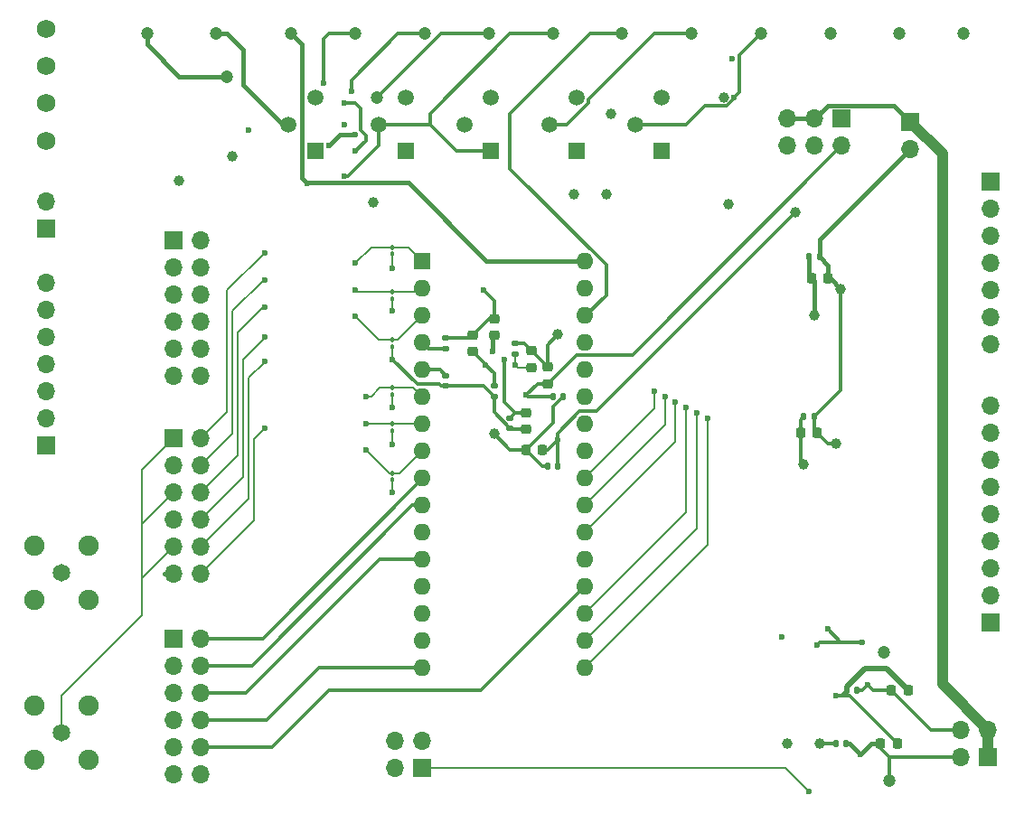
<source format=gbr>
%TF.GenerationSoftware,KiCad,Pcbnew,8.0.6-8.0.6-0~ubuntu24.04.1*%
%TF.CreationDate,2025-02-19T13:10:04-10:00*%
%TF.ProjectId,board_main,626f6172-645f-46d6-9169-6e2e6b696361,rev?*%
%TF.SameCoordinates,Original*%
%TF.FileFunction,Copper,L4,Bot*%
%TF.FilePolarity,Positive*%
%FSLAX46Y46*%
G04 Gerber Fmt 4.6, Leading zero omitted, Abs format (unit mm)*
G04 Created by KiCad (PCBNEW 8.0.6-8.0.6-0~ubuntu24.04.1) date 2025-02-19 13:10:04*
%MOMM*%
%LPD*%
G01*
G04 APERTURE LIST*
G04 Aperture macros list*
%AMRoundRect*
0 Rectangle with rounded corners*
0 $1 Rounding radius*
0 $2 $3 $4 $5 $6 $7 $8 $9 X,Y pos of 4 corners*
0 Add a 4 corners polygon primitive as box body*
4,1,4,$2,$3,$4,$5,$6,$7,$8,$9,$2,$3,0*
0 Add four circle primitives for the rounded corners*
1,1,$1+$1,$2,$3*
1,1,$1+$1,$4,$5*
1,1,$1+$1,$6,$7*
1,1,$1+$1,$8,$9*
0 Add four rect primitives between the rounded corners*
20,1,$1+$1,$2,$3,$4,$5,0*
20,1,$1+$1,$4,$5,$6,$7,0*
20,1,$1+$1,$6,$7,$8,$9,0*
20,1,$1+$1,$8,$9,$2,$3,0*%
G04 Aperture macros list end*
%TA.AperFunction,ComponentPad*%
%ADD10R,1.700000X1.700000*%
%TD*%
%TA.AperFunction,ComponentPad*%
%ADD11O,1.700000X1.700000*%
%TD*%
%TA.AperFunction,ComponentPad*%
%ADD12C,1.651000*%
%TD*%
%TA.AperFunction,ComponentPad*%
%ADD13C,1.905000*%
%TD*%
%TA.AperFunction,ComponentPad*%
%ADD14R,1.600000X1.600000*%
%TD*%
%TA.AperFunction,ComponentPad*%
%ADD15O,1.600000X1.600000*%
%TD*%
%TA.AperFunction,ComponentPad*%
%ADD16R,1.508000X1.508000*%
%TD*%
%TA.AperFunction,ComponentPad*%
%ADD17C,1.508000*%
%TD*%
%TA.AperFunction,ComponentPad*%
%ADD18C,1.727200*%
%TD*%
%TA.AperFunction,SMDPad,CuDef*%
%ADD19RoundRect,0.100000X-0.100000X0.130000X-0.100000X-0.130000X0.100000X-0.130000X0.100000X0.130000X0*%
%TD*%
%TA.AperFunction,SMDPad,CuDef*%
%ADD20RoundRect,0.225000X-0.225000X-0.250000X0.225000X-0.250000X0.225000X0.250000X-0.225000X0.250000X0*%
%TD*%
%TA.AperFunction,SMDPad,CuDef*%
%ADD21RoundRect,0.140000X0.170000X-0.140000X0.170000X0.140000X-0.170000X0.140000X-0.170000X-0.140000X0*%
%TD*%
%TA.AperFunction,SMDPad,CuDef*%
%ADD22RoundRect,0.140000X0.140000X0.170000X-0.140000X0.170000X-0.140000X-0.170000X0.140000X-0.170000X0*%
%TD*%
%TA.AperFunction,SMDPad,CuDef*%
%ADD23RoundRect,0.225000X0.250000X-0.225000X0.250000X0.225000X-0.250000X0.225000X-0.250000X-0.225000X0*%
%TD*%
%TA.AperFunction,SMDPad,CuDef*%
%ADD24RoundRect,0.225000X-0.250000X0.225000X-0.250000X-0.225000X0.250000X-0.225000X0.250000X0.225000X0*%
%TD*%
%TA.AperFunction,SMDPad,CuDef*%
%ADD25RoundRect,0.225000X0.225000X0.250000X-0.225000X0.250000X-0.225000X-0.250000X0.225000X-0.250000X0*%
%TD*%
%TA.AperFunction,SMDPad,CuDef*%
%ADD26RoundRect,0.140000X-0.140000X-0.170000X0.140000X-0.170000X0.140000X0.170000X-0.140000X0.170000X0*%
%TD*%
%TA.AperFunction,SMDPad,CuDef*%
%ADD27RoundRect,0.140000X-0.170000X0.140000X-0.170000X-0.140000X0.170000X-0.140000X0.170000X0.140000X0*%
%TD*%
%TA.AperFunction,ViaPad*%
%ADD28C,0.600000*%
%TD*%
%TA.AperFunction,ViaPad*%
%ADD29C,1.200000*%
%TD*%
%TA.AperFunction,ViaPad*%
%ADD30C,1.000000*%
%TD*%
%TA.AperFunction,Conductor*%
%ADD31C,0.300000*%
%TD*%
%TA.AperFunction,Conductor*%
%ADD32C,0.400000*%
%TD*%
%TA.AperFunction,Conductor*%
%ADD33C,0.200000*%
%TD*%
%TA.AperFunction,Conductor*%
%ADD34C,0.500000*%
%TD*%
%TA.AperFunction,Conductor*%
%ADD35C,1.000000*%
%TD*%
G04 APERTURE END LIST*
D10*
%TO.P,J11,1,Pin_1*%
%TO.N,/ADC/IOVDD*%
X160000000Y-74225000D03*
D11*
%TO.P,J11,2,Pin_2*%
%TO.N,/Buffer/VCC*%
X160000000Y-76765000D03*
%TD*%
D10*
%TO.P,J9,A1,A1*%
%TO.N,/ADC/IN1*%
X91000000Y-85380000D03*
D11*
%TO.P,J9,A2,A2*%
%TO.N,/ADC/IN2*%
X91000000Y-87920000D03*
%TO.P,J9,A3,A3*%
%TO.N,/ADC/IN3*%
X91000000Y-90460000D03*
%TO.P,J9,A4,A4*%
%TO.N,/ADC/IN4*%
X91000000Y-93000000D03*
%TO.P,J9,A5,A5*%
%TO.N,/ADC/IN5*%
X91000000Y-95540000D03*
%TO.P,J9,A6,A6*%
%TO.N,/ADC/IN6*%
X91000000Y-98080000D03*
%TO.P,J9,B1,B1*%
%TO.N,/ADC/AVSS*%
X93540000Y-85380000D03*
%TO.P,J9,B2,B2*%
X93540000Y-87920000D03*
%TO.P,J9,B3,B3*%
X93540000Y-90460000D03*
%TO.P,J9,B4,B4*%
X93540000Y-93000000D03*
%TO.P,J9,B5,B5*%
X93540000Y-95540000D03*
%TO.P,J9,B6,B6*%
X93540000Y-98080000D03*
%TD*%
D12*
%TO.P,J7,1,Signal*%
%TO.N,Net-(J7-Signal)*%
X80500000Y-116500000D03*
D13*
%TO.P,J7,2,AVSS1*%
%TO.N,/ADC/AVSS*%
X83040000Y-113960000D03*
%TO.P,J7,3,AVSS2*%
X77960000Y-113960000D03*
%TO.P,J7,4,AVSS3*%
X77960000Y-119040000D03*
%TO.P,J7,5,AVSS4*%
X83040000Y-119040000D03*
%TD*%
D12*
%TO.P,J6,1,Signal*%
%TO.N,Net-(J6-Signal)*%
X80500000Y-131500000D03*
D13*
%TO.P,J6,2,AVSS1*%
%TO.N,/ADC/AVSS*%
X83040000Y-128960000D03*
%TO.P,J6,3,AVSS2*%
X77960000Y-128960000D03*
%TO.P,J6,4,AVSS3*%
X77960000Y-134040000D03*
%TO.P,J6,5,AVSS4*%
X83040000Y-134040000D03*
%TD*%
D11*
%TO.P,J13,1,1*%
%TO.N,/Buffer/RESX*%
X114275000Y-132235000D03*
%TO.P,J13,2,2*%
%TO.N,/ADC/RES*%
X111735000Y-134775000D03*
D10*
%TO.P,J13,3,3*%
%TO.N,Net-(U6-M)*%
X114275000Y-134775000D03*
D11*
%TO.P,J13,4,4*%
%TO.N,/ADC/RES*%
X111735000Y-132235000D03*
%TD*%
D14*
%TO.P,ADC2,1,IN1*%
%TO.N,Net-(ADC1-IN1)*%
X114260000Y-87300000D03*
D15*
%TO.P,ADC2,2,IN2*%
%TO.N,Net-(ADC1-IN2)*%
X114260000Y-89840000D03*
%TO.P,ADC2,3,IN3*%
%TO.N,Net-(ADC1-IN3)*%
X114260000Y-92380000D03*
%TO.P,ADC2,4,VHI*%
%TO.N,/ADC/VHI*%
X114260000Y-94920000D03*
%TO.P,ADC2,5,VLO*%
%TO.N,/ADC/VLO*%
X114260000Y-97460000D03*
%TO.P,ADC2,6,IN4*%
%TO.N,Net-(ADC1-IN4)*%
X114260000Y-100000000D03*
%TO.P,ADC2,7,IN5*%
%TO.N,Net-(ADC1-IN5)*%
X114260000Y-102540000D03*
%TO.P,ADC2,8,IN6*%
%TO.N,Net-(ADC1-IN6)*%
X114260000Y-105080000D03*
%TO.P,ADC2,9,PAD*%
%TO.N,Net-(ADC1-PAD)*%
X114260000Y-107620000D03*
%TO.P,ADC2,10,AVSS*%
%TO.N,Net-(ADC1-AVSS)*%
X114260000Y-110160000D03*
%TO.P,ADC2,11,RES*%
%TO.N,/ADC/RES*%
X114260000Y-112700000D03*
%TO.P,ADC2,12,IOVSS*%
%TO.N,Net-(ADC1-IOVSS-Pad12)*%
X114260000Y-115240000D03*
%TO.P,ADC2,13,CK4*%
%TO.N,/ADC/CK4*%
X114260000Y-117780000D03*
%TO.P,ADC2,14,CK5*%
%TO.N,/ADC/CK5*%
X114260000Y-120320000D03*
%TO.P,ADC2,15,CK6*%
%TO.N,/ADC/CK6*%
X114260000Y-122860000D03*
%TO.P,ADC2,16,VSS*%
%TO.N,Net-(ADC1-VSS)*%
X114260000Y-125400000D03*
%TO.P,ADC2,17,OUT6*%
%TO.N,/ADC/OUT6*%
X129500000Y-125400000D03*
%TO.P,ADC2,18,OUT5*%
%TO.N,/ADC/OUT5*%
X129500000Y-122860000D03*
%TO.P,ADC2,19,OUT4*%
%TO.N,/ADC/OUT4*%
X129500000Y-120320000D03*
%TO.P,ADC2,20,IOVSS*%
%TO.N,Net-(ADC1-IOVSS-Pad20)*%
X129500000Y-117780000D03*
%TO.P,ADC2,21,IOVDD*%
%TO.N,Net-(ADC1-IOVDD-Pad21)*%
X129500000Y-115240000D03*
%TO.P,ADC2,22,OUT3*%
%TO.N,/ADC/OUT3*%
X129500000Y-112700000D03*
%TO.P,ADC2,23,OUT2*%
%TO.N,/ADC/OUT2*%
X129500000Y-110160000D03*
%TO.P,ADC2,24,OUT1*%
%TO.N,/ADC/OUT1*%
X129500000Y-107620000D03*
%TO.P,ADC2,25,VDD*%
%TO.N,Net-(ADC1-VDD)*%
X129500000Y-105080000D03*
%TO.P,ADC2,26,CK1*%
%TO.N,/ADC/CK1*%
X129500000Y-102540000D03*
%TO.P,ADC2,27,CK2*%
%TO.N,/ADC/CK2*%
X129500000Y-100000000D03*
%TO.P,ADC2,28,CK3*%
%TO.N,/ADC/CK3*%
X129500000Y-97460000D03*
%TO.P,ADC2,29,IOVDD*%
%TO.N,Net-(ADC1-IOVDD-Pad29)*%
X129500000Y-94920000D03*
%TO.P,ADC2,30,VLDO*%
%TO.N,/ADC/VLDO*%
X129500000Y-92380000D03*
%TO.P,ADC2,31,VREF*%
%TO.N,/ADC/VREF*%
X129500000Y-89840000D03*
%TO.P,ADC2,32,AVDD*%
%TO.N,/ADC/AVDD*%
X129500000Y-87300000D03*
%TD*%
D10*
%TO.P,J10,A1,A1*%
%TO.N,/ADC/AVSS*%
X91000000Y-122650000D03*
D11*
%TO.P,J10,A2,A2*%
X91000000Y-125190000D03*
%TO.P,J10,A3,A3*%
%TO.N,GND*%
X91000000Y-127730000D03*
%TO.P,J10,A4,A4*%
X91000000Y-130270000D03*
%TO.P,J10,A5,A5*%
X91000000Y-132810000D03*
%TO.P,J10,A6,A6*%
X91000000Y-135350000D03*
%TO.P,J10,B1,B1*%
%TO.N,Net-(ADC1-PAD)*%
X93540000Y-122650000D03*
%TO.P,J10,B2,B2*%
%TO.N,Net-(ADC1-AVSS)*%
X93540000Y-125190000D03*
%TO.P,J10,B3,B3*%
%TO.N,Net-(ADC1-IOVSS-Pad12)*%
X93540000Y-127730000D03*
%TO.P,J10,B4,B4*%
%TO.N,Net-(ADC1-VSS)*%
X93540000Y-130270000D03*
%TO.P,J10,B5,B5*%
%TO.N,Net-(ADC1-IOVSS-Pad20)*%
X93540000Y-132810000D03*
%TO.P,J10,B6,B6*%
%TO.N,/ADC/AVSS*%
X93540000Y-135350000D03*
%TD*%
D10*
%TO.P,J4,1,1*%
%TO.N,/Buffer/DO1*%
X167500000Y-79840000D03*
D11*
%TO.P,J4,2,2*%
%TO.N,/Buffer/DO2*%
X167500000Y-82380000D03*
%TO.P,J4,3,3*%
%TO.N,/Buffer/DO3*%
X167500000Y-84920000D03*
%TO.P,J4,4,4*%
%TO.N,/Buffer/DO4*%
X167500000Y-87460000D03*
%TO.P,J4,5,5*%
%TO.N,/Buffer/DO5*%
X167500000Y-90000000D03*
%TO.P,J4,6,6*%
%TO.N,/Buffer/DO6*%
X167500000Y-92540000D03*
%TO.P,J4,7,7*%
%TO.N,GND*%
X167500000Y-95080000D03*
%TD*%
%TO.P,J5,1,1*%
%TO.N,/ADC/IOVDD*%
X148460000Y-73960000D03*
%TO.P,J5,2,2*%
X151000000Y-73960000D03*
D10*
%TO.P,J5,3,3*%
%TO.N,/ADC/VDD*%
X153540000Y-73960000D03*
D11*
%TO.P,J5,4,4*%
%TO.N,Net-(ADC1-IOVDD-Pad29)*%
X148460000Y-76500000D03*
%TO.P,J5,5,5*%
%TO.N,Net-(ADC1-IOVDD-Pad21)*%
X151000000Y-76500000D03*
%TO.P,J5,6,6*%
%TO.N,Net-(ADC1-VDD)*%
X153540000Y-76500000D03*
%TD*%
D16*
%TO.P,R5,1*%
%TO.N,Net-(U2-+IN)*%
X112730000Y-77000000D03*
D17*
%TO.P,R5,2*%
%TO.N,Net-(U3-+IN)*%
X110230000Y-74500000D03*
%TO.P,R5,3*%
%TO.N,unconnected-(R5-Pad3)*%
X112730000Y-72000000D03*
%TD*%
D16*
%TO.P,R2,1*%
%TO.N,Net-(R1-Pad2)*%
X104230000Y-77000000D03*
D17*
%TO.P,R2,2*%
%TO.N,Net-(U1-FB)*%
X101730000Y-74500000D03*
%TO.P,R2,3*%
%TO.N,unconnected-(R2-Pad3)*%
X104230000Y-72000000D03*
%TD*%
D16*
%TO.P,R6,1*%
%TO.N,Net-(U3-+IN)*%
X120730000Y-77000000D03*
D17*
%TO.P,R6,2*%
%TO.N,/ADC/AVSS*%
X118230000Y-74500000D03*
%TO.P,R6,3*%
%TO.N,unconnected-(R6-Pad3)*%
X120730000Y-72000000D03*
%TD*%
D10*
%TO.P,J1,1,1*%
%TO.N,GND*%
X79000000Y-84275000D03*
D11*
%TO.P,J1,2,2*%
%TO.N,/AnalogSupply/VSUP*%
X79000000Y-81735000D03*
%TD*%
D10*
%TO.P,J2,1,1*%
%TO.N,/ADC/AVSS*%
X79000000Y-104540000D03*
D11*
%TO.P,J2,2,2*%
%TO.N,/ADC/IN6*%
X79000000Y-102000000D03*
%TO.P,J2,3,3*%
%TO.N,/ADC/IN5*%
X79000000Y-99460000D03*
%TO.P,J2,4,4*%
%TO.N,/ADC/IN4*%
X79000000Y-96920000D03*
%TO.P,J2,5,5*%
%TO.N,/ADC/IN3*%
X79000000Y-94380000D03*
%TO.P,J2,6,6*%
%TO.N,/ADC/IN2*%
X79000000Y-91840000D03*
%TO.P,J2,7,7*%
%TO.N,/ADC/IN1*%
X79000000Y-89300000D03*
%TD*%
%TO.P,J12,1,1*%
%TO.N,/ADC/IOVDD*%
X167275000Y-131235000D03*
%TO.P,J12,2,2*%
%TO.N,Net-(U5-\u002A1CLR)*%
X164735000Y-131235000D03*
D10*
%TO.P,J12,3,3*%
%TO.N,/ADC/IOVDD*%
X167275000Y-133775000D03*
D11*
%TO.P,J12,4,4*%
%TO.N,Net-(U6-VDD)*%
X164735000Y-133775000D03*
%TD*%
D18*
%TO.P,J14,1,1*%
%TO.N,/AnalogSupply/VSUP*%
X79000000Y-65499999D03*
%TO.P,J14,2,2*%
%TO.N,GND*%
X79000000Y-69000000D03*
%TO.P,J14,3,3*%
X79000000Y-72500000D03*
%TO.P,J14,4,4*%
%TO.N,/ADC/AVSS*%
X79000000Y-76000001D03*
%TD*%
D16*
%TO.P,R17,1,1*%
%TO.N,Net-(R17-Pad1)*%
X128730000Y-77000000D03*
D17*
%TO.P,R17,2,2*%
%TO.N,/ADC/VREF*%
X126230000Y-74500000D03*
%TO.P,R17,3,3*%
%TO.N,Net-(R16-Pad2)*%
X128730000Y-72000000D03*
%TD*%
D10*
%TO.P,J8,A1,A1*%
%TO.N,Net-(J6-Signal)*%
X90960000Y-103920000D03*
D11*
%TO.P,J8,A2,A2*%
%TO.N,Net-(J7-Signal)*%
X90960000Y-106460000D03*
%TO.P,J8,A3,A3*%
%TO.N,Net-(J6-Signal)*%
X90960000Y-109000000D03*
%TO.P,J8,A4,A4*%
%TO.N,Net-(J7-Signal)*%
X90960000Y-111540000D03*
%TO.P,J8,A5,A5*%
%TO.N,Net-(J6-Signal)*%
X90960000Y-114080000D03*
%TO.P,J8,A6,A6*%
%TO.N,Net-(J7-Signal)*%
X90960000Y-116620000D03*
%TO.P,J8,B1,B1*%
%TO.N,/ADC/IN1*%
X93500000Y-103920000D03*
%TO.P,J8,B2,B2*%
%TO.N,/ADC/IN2*%
X93500000Y-106460000D03*
%TO.P,J8,B3,B3*%
%TO.N,/ADC/IN3*%
X93500000Y-109000000D03*
%TO.P,J8,B4,B4*%
%TO.N,/ADC/IN4*%
X93500000Y-111540000D03*
%TO.P,J8,B5,B5*%
%TO.N,/ADC/IN5*%
X93500000Y-114080000D03*
%TO.P,J8,B6,B6*%
%TO.N,/ADC/IN6*%
X93500000Y-116620000D03*
%TD*%
D16*
%TO.P,R8,1*%
%TO.N,unconnected-(R8-Pad1)*%
X136730000Y-77000000D03*
D17*
%TO.P,R8,2*%
%TO.N,Net-(U4-FB)*%
X134230000Y-74500000D03*
%TO.P,R8,3*%
%TO.N,Net-(R7-Pad2)*%
X136730000Y-72000000D03*
%TD*%
D10*
%TO.P,J3,1,1*%
%TO.N,GND*%
X167500000Y-121160000D03*
D11*
%TO.P,J3,2,2*%
%TO.N,/Buffer/CLK_IND*%
X167500000Y-118620000D03*
%TO.P,J3,3,3*%
%TO.N,/Buffer/RES_IND*%
X167500000Y-116080000D03*
%TO.P,J3,4,4*%
%TO.N,/Buffer/CLK_IN4*%
X167500000Y-113540000D03*
%TO.P,J3,5,5*%
%TO.N,/Buffer/CLK_IN5*%
X167500000Y-111000000D03*
%TO.P,J3,6,6*%
%TO.N,/Buffer/CLK_IN6*%
X167500000Y-108460000D03*
%TO.P,J3,7,7*%
%TO.N,/Buffer/CLK_IN1*%
X167500000Y-105920000D03*
%TO.P,J3,8,8*%
%TO.N,/Buffer/CLK_IN2*%
X167500000Y-103380000D03*
%TO.P,J3,9,9*%
%TO.N,/Buffer/CLK_IN3*%
X167500000Y-100840000D03*
%TD*%
D19*
%TO.P,C18,1*%
%TO.N,Net-(ADC1-IN2)*%
X111500000Y-90180000D03*
%TO.P,C18,2*%
%TO.N,/ADC/AVSS*%
X111500000Y-90820000D03*
%TD*%
D20*
%TO.P,C27,1*%
%TO.N,Net-(U5-\u002A1CLR)*%
X158225000Y-127500000D03*
%TO.P,C27,2*%
%TO.N,GND*%
X159775000Y-127500000D03*
%TD*%
D19*
%TO.P,C22,1*%
%TO.N,Net-(ADC1-IN6)*%
X111500000Y-107180000D03*
%TO.P,C22,2*%
%TO.N,/ADC/AVSS*%
X111500000Y-107820000D03*
%TD*%
%TO.P,C19,1*%
%TO.N,Net-(ADC1-IN3)*%
X111500000Y-94680000D03*
%TO.P,C19,2*%
%TO.N,/ADC/AVSS*%
X111500000Y-95320000D03*
%TD*%
D21*
%TO.P,C7,1*%
%TO.N,/ADC/AVSS*%
X116500000Y-98980000D03*
%TO.P,C7,2*%
%TO.N,/ADC/VLO*%
X116500000Y-98020000D03*
%TD*%
D22*
%TO.P,C14,1*%
%TO.N,Net-(ADC1-IOVDD-Pad21)*%
X126960000Y-106500000D03*
%TO.P,C14,2*%
%TO.N,GND*%
X126000000Y-106500000D03*
%TD*%
D23*
%TO.P,C3,1*%
%TO.N,/ADC/AVDD*%
X119000000Y-95775000D03*
%TO.P,C3,2*%
%TO.N,/ADC/AVSS*%
X119000000Y-94225000D03*
%TD*%
D19*
%TO.P,C20,1*%
%TO.N,Net-(ADC1-IN4)*%
X111500000Y-99180000D03*
%TO.P,C20,2*%
%TO.N,/ADC/AVSS*%
X111500000Y-99820000D03*
%TD*%
D21*
%TO.P,C16,1*%
%TO.N,Net-(ADC1-IOVDD-Pad29)*%
X123000000Y-95980000D03*
%TO.P,C16,2*%
%TO.N,GND*%
X123000000Y-95020000D03*
%TD*%
D19*
%TO.P,C17,1*%
%TO.N,Net-(ADC1-IN1)*%
X111500000Y-86000000D03*
%TO.P,C17,2*%
%TO.N,/ADC/AVSS*%
X111500000Y-86640000D03*
%TD*%
D22*
%TO.P,C28,1*%
%TO.N,Net-(U5-\u002A1CLR)*%
X154980000Y-127500000D03*
%TO.P,C28,2*%
%TO.N,GND*%
X154020000Y-127500000D03*
%TD*%
D21*
%TO.P,C4,1*%
%TO.N,/ADC/AVSS*%
X121000000Y-99960000D03*
%TO.P,C4,2*%
%TO.N,/ADC/AVDD*%
X121000000Y-99000000D03*
%TD*%
D24*
%TO.P,C33,1*%
%TO.N,/ADC/VLDO*%
X124000000Y-101515000D03*
%TO.P,C33,2*%
%TO.N,/ADC/AVSS*%
X124000000Y-103065000D03*
%TD*%
D22*
%TO.P,C26,1*%
%TO.N,/Buffer/VCC*%
X150980000Y-101892800D03*
%TO.P,C26,2*%
%TO.N,GND*%
X150020000Y-101892800D03*
%TD*%
D25*
%TO.P,C23,1*%
%TO.N,/Buffer/VCC*%
X152275000Y-88892800D03*
%TO.P,C23,2*%
%TO.N,GND*%
X150725000Y-88892800D03*
%TD*%
%TO.P,C13,1*%
%TO.N,Net-(ADC1-IOVDD-Pad21)*%
X125550000Y-105000000D03*
%TO.P,C13,2*%
%TO.N,GND*%
X124000000Y-105000000D03*
%TD*%
%TO.P,C29,1*%
%TO.N,GND*%
X158775000Y-132500000D03*
%TO.P,C29,2*%
%TO.N,Net-(U6-VDD)*%
X157225000Y-132500000D03*
%TD*%
D26*
%TO.P,C12,1*%
%TO.N,Net-(ADC1-VDD)*%
X126540000Y-100000000D03*
%TO.P,C12,2*%
%TO.N,GND*%
X127500000Y-100000000D03*
%TD*%
D23*
%TO.P,C31,1*%
%TO.N,/ADC/VREF*%
X121000000Y-94275000D03*
%TO.P,C31,2*%
%TO.N,/ADC/AVSS*%
X121000000Y-92725000D03*
%TD*%
D27*
%TO.P,C32,1*%
%TO.N,/ADC/VLDO*%
X122500000Y-102020000D03*
%TO.P,C32,2*%
%TO.N,/ADC/AVSS*%
X122500000Y-102980000D03*
%TD*%
D25*
%TO.P,C25,1*%
%TO.N,/Buffer/VCC*%
X151275000Y-103392800D03*
%TO.P,C25,2*%
%TO.N,GND*%
X149725000Y-103392800D03*
%TD*%
D22*
%TO.P,C24,1*%
%TO.N,/Buffer/VCC*%
X151480000Y-86892800D03*
%TO.P,C24,2*%
%TO.N,GND*%
X150520000Y-86892800D03*
%TD*%
D27*
%TO.P,C5,1*%
%TO.N,/ADC/AVSS*%
X116500000Y-94520000D03*
%TO.P,C5,2*%
%TO.N,/ADC/VHI*%
X116500000Y-95480000D03*
%TD*%
D23*
%TO.P,C15,1*%
%TO.N,Net-(ADC1-IOVDD-Pad29)*%
X124500000Y-97275000D03*
%TO.P,C15,2*%
%TO.N,GND*%
X124500000Y-95725000D03*
%TD*%
D19*
%TO.P,C21,1*%
%TO.N,Net-(ADC1-IN5)*%
X111500000Y-102560000D03*
%TO.P,C21,2*%
%TO.N,/ADC/AVSS*%
X111500000Y-103200000D03*
%TD*%
D26*
%TO.P,C30,1*%
%TO.N,GND*%
X153020000Y-132500000D03*
%TO.P,C30,2*%
%TO.N,Net-(U6-VDD)*%
X153980000Y-132500000D03*
%TD*%
D23*
%TO.P,C11,1*%
%TO.N,Net-(ADC1-VDD)*%
X126000000Y-98775000D03*
%TO.P,C11,2*%
%TO.N,GND*%
X126000000Y-97225000D03*
%TD*%
D28*
%TO.N,/ADC/VHI*%
X108000000Y-77000000D03*
X107000000Y-72500000D03*
%TO.N,/ADC/VLDO*%
X122000000Y-96500000D03*
D29*
X133000000Y-66000000D03*
D28*
%TO.N,/ADC/VLO*%
X105000000Y-70627000D03*
D29*
X108000000Y-66000000D03*
D28*
%TO.N,/ADC/AVDD*%
X120173000Y-97000000D03*
D29*
X102000000Y-66000000D03*
D28*
X103500000Y-80010000D03*
%TO.N,Net-(ADC1-IN6)*%
X109000000Y-105000000D03*
%TO.N,/ADC/VHI*%
X107649999Y-71388750D03*
D29*
X114500000Y-66000000D03*
D28*
%TO.N,Net-(ADC1-IN2)*%
X108000000Y-90000000D03*
%TO.N,Net-(ADC1-IN4)*%
X109000000Y-100000000D03*
%TO.N,/ADC/OUT2*%
X137000000Y-100000000D03*
%TO.N,/ADC/OUT6*%
X141000000Y-102000000D03*
%TO.N,/ADC/OUT4*%
X139000000Y-101000000D03*
D29*
%TO.N,/ADC/VREF*%
X139500000Y-66000000D03*
D28*
X120827000Y-95750000D03*
%TO.N,Net-(ADC1-IN1)*%
X108000000Y-87500000D03*
%TO.N,Net-(ADC1-VDD)*%
X124000000Y-99850000D03*
%TO.N,/ADC/OUT3*%
X138000000Y-100500000D03*
%TO.N,Net-(ADC1-IN3)*%
X108000000Y-92500000D03*
%TO.N,/ADC/OUT1*%
X136000000Y-99500000D03*
%TO.N,Net-(ADC1-IN5)*%
X109000000Y-102500000D03*
D30*
%TO.N,Net-(ADC1-IOVDD-Pad29)*%
X142980000Y-81980000D03*
D28*
X123000000Y-97000000D03*
%TO.N,/ADC/OUT5*%
X140000000Y-101500000D03*
D30*
%TO.N,Net-(ADC1-IOVDD-Pad21)*%
X149250000Y-82750000D03*
D28*
X126968891Y-104080314D03*
D29*
%TO.N,/AnalogSupply/VSUP*%
X152500000Y-66000000D03*
D30*
%TO.N,GND*%
X109700578Y-81799422D03*
X150000000Y-106392800D03*
X151500000Y-132500000D03*
D28*
X148000000Y-122500000D03*
D30*
X132000000Y-73500000D03*
X127000000Y-94143000D03*
D28*
X143295000Y-68295000D03*
D30*
X121000000Y-103500000D03*
X148500000Y-132500000D03*
X151000000Y-92392800D03*
X96500000Y-77500000D03*
X91500000Y-79725000D03*
D28*
X153000000Y-128000000D03*
D30*
X142500000Y-72000000D03*
D28*
X107000000Y-74500000D03*
D29*
%TO.N,/AnalogSupply/VA*%
X88500000Y-66000000D03*
X96000000Y-70000000D03*
D28*
%TO.N,/ADC/AVSS*%
X111500000Y-109000000D03*
X111500000Y-88000000D03*
X111500000Y-101000000D03*
X111500000Y-92000000D03*
X111500000Y-104500000D03*
X120000000Y-90000000D03*
D30*
X131500000Y-81000000D03*
D28*
X98000000Y-75000000D03*
X111500000Y-96500000D03*
D29*
%TO.N,/ADC/IOVDD*%
X159000000Y-66000000D03*
D30*
%TO.N,/Buffer/VCC*%
X153000000Y-104392800D03*
X153500000Y-89892800D03*
D28*
%TO.N,Net-(U5-\u002A1CLR)*%
X156000000Y-127000000D03*
X151250000Y-123250000D03*
X155500000Y-123000000D03*
D29*
X157500000Y-124000000D03*
D28*
X152250000Y-121750000D03*
%TO.N,Net-(U6-VDD)*%
X155310000Y-133500000D03*
D29*
X158000000Y-136000000D03*
D28*
%TO.N,Net-(U6-M)*%
X150500000Y-137000000D03*
D29*
%TO.N,Net-(U1-FB)*%
X95000000Y-66000000D03*
D28*
%TO.N,Net-(U2-+IN)*%
X108019375Y-75480625D03*
X105500000Y-76500000D03*
D29*
X110000000Y-72000000D03*
X120500000Y-66000000D03*
D28*
%TO.N,Net-(U3-+IN)*%
X107000000Y-79350001D03*
D29*
X126500000Y-66000000D03*
%TO.N,/ADC/VDD*%
X165000000Y-66000000D03*
%TO.N,Net-(U4-FB)*%
X146000000Y-66000000D03*
D28*
X143500000Y-72000000D03*
%TO.N,/ADC/IN1*%
X99500000Y-86530000D03*
%TO.N,/ADC/IN2*%
X99500000Y-89070000D03*
%TO.N,/ADC/IN3*%
X99500000Y-91610000D03*
%TO.N,/ADC/IN4*%
X99500000Y-94390000D03*
%TO.N,/ADC/IN5*%
X99500000Y-96690000D03*
%TO.N,/ADC/IN6*%
X99500000Y-103000000D03*
D30*
%TO.N,Net-(R17-Pad1)*%
X128500000Y-81000000D03*
%TD*%
D31*
%TO.N,/ADC/VHI*%
X109000000Y-76000000D02*
X108000000Y-77000000D01*
X108500000Y-73000000D02*
X108500000Y-75000000D01*
X107000000Y-72500000D02*
X108000000Y-72500000D01*
X108000000Y-72500000D02*
X108500000Y-73000000D01*
X108500000Y-75000000D02*
X109000000Y-75500000D01*
X109000000Y-75500000D02*
X109000000Y-76000000D01*
D32*
%TO.N,/ADC/AVDD*%
X103500000Y-80010000D02*
X103000000Y-79510000D01*
X103000000Y-67000000D02*
X102000000Y-66000000D01*
X103000000Y-79510000D02*
X103000000Y-67000000D01*
D31*
%TO.N,/ADC/VLDO*%
X129620000Y-92380000D02*
X129500000Y-92380000D01*
X122000000Y-96500000D02*
X122000000Y-100510000D01*
X124000000Y-101515000D02*
X123005000Y-101515000D01*
X122500000Y-73500000D02*
X122500000Y-78673654D01*
X122500000Y-78673654D02*
X131500000Y-87673654D01*
X130000000Y-66000000D02*
X122500000Y-73500000D01*
X122000000Y-100510000D02*
X123005000Y-101515000D01*
X131500000Y-87673654D02*
X131500000Y-90500000D01*
X123005000Y-101515000D02*
X122500000Y-102020000D01*
X131500000Y-90500000D02*
X129620000Y-92380000D01*
X133000000Y-66000000D02*
X130000000Y-66000000D01*
%TO.N,/ADC/VLO*%
X105000000Y-70627000D02*
X105000000Y-66500000D01*
X114260000Y-97460000D02*
X115940000Y-97460000D01*
X105500000Y-66000000D02*
X108000000Y-66000000D01*
X105000000Y-66500000D02*
X105500000Y-66000000D01*
X115940000Y-97460000D02*
X116500000Y-98020000D01*
D32*
%TO.N,/ADC/AVDD*%
X103532999Y-79977001D02*
X112977001Y-79977001D01*
X112977001Y-79977001D02*
X120300000Y-87300000D01*
D31*
X121000000Y-97827000D02*
X120173000Y-97000000D01*
X120173000Y-96948000D02*
X119000000Y-95775000D01*
X120173000Y-97000000D02*
X120173000Y-96948000D01*
D32*
X103500000Y-80010000D02*
X103532999Y-79977001D01*
D31*
X121000000Y-99000000D02*
X121000000Y-97827000D01*
D32*
X120300000Y-87300000D02*
X129500000Y-87300000D01*
D33*
%TO.N,Net-(ADC1-IN6)*%
X109000000Y-105000000D02*
X111180000Y-107180000D01*
X111180000Y-107180000D02*
X111500000Y-107180000D01*
X114260000Y-105080000D02*
X112160000Y-107180000D01*
X112160000Y-107180000D02*
X111500000Y-107180000D01*
D31*
%TO.N,Net-(ADC1-VSS)*%
X93540000Y-130270000D02*
X99730000Y-130270000D01*
X99730000Y-130270000D02*
X104600000Y-125400000D01*
X114260000Y-125400000D02*
X104600000Y-125400000D01*
%TO.N,/ADC/VHI*%
X114820000Y-95480000D02*
X114260000Y-94920000D01*
X116500000Y-95480000D02*
X114820000Y-95480000D01*
X112000000Y-66000000D02*
X107649999Y-70350001D01*
X107649999Y-70350001D02*
X107649999Y-71388750D01*
X114500000Y-66000000D02*
X112000000Y-66000000D01*
D33*
%TO.N,Net-(ADC1-IN2)*%
X113920000Y-90180000D02*
X114260000Y-89840000D01*
X111500000Y-90180000D02*
X113920000Y-90180000D01*
X108180000Y-90180000D02*
X111500000Y-90180000D01*
X108000000Y-90000000D02*
X108180000Y-90180000D01*
%TO.N,Net-(ADC1-IN4)*%
X113440000Y-99180000D02*
X114260000Y-100000000D01*
X109500000Y-100000000D02*
X110320000Y-99180000D01*
X114080000Y-100180000D02*
X114260000Y-100000000D01*
X109000000Y-100000000D02*
X109500000Y-100000000D01*
X110320000Y-99180000D02*
X111500000Y-99180000D01*
X111500000Y-99180000D02*
X113440000Y-99180000D01*
%TO.N,/ADC/OUT2*%
X137000000Y-102660000D02*
X129500000Y-110160000D01*
X137000000Y-100000000D02*
X137000000Y-102660000D01*
%TO.N,/ADC/OUT6*%
X141000000Y-102000000D02*
X141000000Y-113900000D01*
X141000000Y-113900000D02*
X129500000Y-125400000D01*
%TO.N,/ADC/OUT4*%
X139000000Y-110820000D02*
X129500000Y-120320000D01*
X139000000Y-101000000D02*
X139000000Y-110820000D01*
D31*
%TO.N,/ADC/VREF*%
X139500000Y-66000000D02*
X136000000Y-66000000D01*
D32*
X120827000Y-95750000D02*
X120827000Y-94448000D01*
D31*
X129834000Y-72166000D02*
X129834000Y-72457292D01*
D32*
X120827000Y-94448000D02*
X121000000Y-94275000D01*
D31*
X136000000Y-66000000D02*
X129834000Y-72166000D01*
X129834000Y-72457292D02*
X127791292Y-74500000D01*
X127791292Y-74500000D02*
X126230000Y-74500000D01*
D33*
%TO.N,Net-(ADC1-IN1)*%
X114260000Y-87300000D02*
X112960000Y-86000000D01*
X109500000Y-86000000D02*
X111500000Y-86000000D01*
X114060000Y-87500000D02*
X114260000Y-87300000D01*
X112960000Y-86000000D02*
X111500000Y-86000000D01*
X108000000Y-87500000D02*
X109500000Y-86000000D01*
D31*
%TO.N,Net-(ADC1-VDD)*%
X125075000Y-98775000D02*
X124000000Y-99850000D01*
X128705000Y-96070000D02*
X133970000Y-96070000D01*
X126000000Y-98775000D02*
X128705000Y-96070000D01*
X133970000Y-96070000D02*
X153540000Y-76500000D01*
X126000000Y-98775000D02*
X125075000Y-98775000D01*
X124150000Y-100000000D02*
X126540000Y-100000000D01*
D33*
X124000000Y-99850000D02*
X124150000Y-100000000D01*
D31*
%TO.N,Net-(ADC1-PAD)*%
X93540000Y-122650000D02*
X99350000Y-122650000D01*
X114260000Y-107740000D02*
X114260000Y-107620000D01*
X99350000Y-122650000D02*
X114260000Y-107740000D01*
D33*
%TO.N,/ADC/OUT3*%
X138000000Y-100500000D02*
X138000000Y-104200000D01*
X138000000Y-104200000D02*
X129500000Y-112700000D01*
%TO.N,Net-(ADC1-IN3)*%
X111500000Y-94680000D02*
X110180000Y-94680000D01*
X111960000Y-94680000D02*
X111500000Y-94680000D01*
X114260000Y-92380000D02*
X111960000Y-94680000D01*
X110180000Y-94680000D02*
X108000000Y-92500000D01*
%TO.N,/ADC/OUT1*%
X136000000Y-99500000D02*
X136000000Y-101120000D01*
X136000000Y-101120000D02*
X129500000Y-107620000D01*
%TO.N,Net-(ADC1-IN5)*%
X114260000Y-102540000D02*
X111520000Y-102540000D01*
X109000000Y-102500000D02*
X109060000Y-102560000D01*
X109060000Y-102560000D02*
X111500000Y-102560000D01*
X111520000Y-102540000D02*
X111500000Y-102560000D01*
%TO.N,Net-(ADC1-IOVDD-Pad29)*%
X124500000Y-97275000D02*
X123275000Y-97275000D01*
X123275000Y-97275000D02*
X123000000Y-97000000D01*
X123000000Y-95980000D02*
X123000000Y-97000000D01*
D31*
%TO.N,Net-(ADC1-IOVSS-Pad20)*%
X100190000Y-132810000D02*
X93540000Y-132810000D01*
X105500000Y-127500000D02*
X119780000Y-127500000D01*
X105500000Y-127500000D02*
X100190000Y-132810000D01*
X119780000Y-127500000D02*
X129500000Y-117780000D01*
D33*
%TO.N,/ADC/OUT5*%
X140000000Y-101500000D02*
X140000000Y-112360000D01*
X140000000Y-112360000D02*
X129500000Y-122860000D01*
D31*
%TO.N,Net-(ADC1-IOVSS-Pad12)*%
X93540000Y-127730000D02*
X97770000Y-127730000D01*
X110260000Y-115240000D02*
X114260000Y-115240000D01*
X97770000Y-127730000D02*
X110260000Y-115240000D01*
%TO.N,Net-(ADC1-AVSS)*%
X113340000Y-110160000D02*
X114260000Y-110160000D01*
X93540000Y-125190000D02*
X98310000Y-125190000D01*
X98310000Y-125190000D02*
X113340000Y-110160000D01*
%TO.N,Net-(ADC1-IOVDD-Pad21)*%
X126968891Y-104080314D02*
X126960000Y-104089205D01*
X130610000Y-101390000D02*
X129023654Y-101390000D01*
X126049205Y-105000000D02*
X125550000Y-105000000D01*
X149250000Y-82750000D02*
X130610000Y-101390000D01*
X126968891Y-103444763D02*
X126968891Y-104080314D01*
X150500000Y-76500000D02*
X151000000Y-76500000D01*
X129023654Y-101390000D02*
X126968891Y-103444763D01*
X126968891Y-104080314D02*
X126049205Y-105000000D01*
X126960000Y-104089205D02*
X126960000Y-106500000D01*
%TO.N,GND*%
X150020000Y-103097800D02*
X149725000Y-103392800D01*
X124000000Y-105000000D02*
X122500000Y-105000000D01*
D34*
X154020000Y-127190001D02*
X155710001Y-125500000D01*
D31*
X153000000Y-128000000D02*
X154275000Y-128000000D01*
X153020000Y-132500000D02*
X151500000Y-132500000D01*
X124000000Y-105000000D02*
X126540982Y-102459018D01*
X153520000Y-128000000D02*
X154020000Y-127500000D01*
X126540982Y-100959018D02*
X127500000Y-100000000D01*
X150000000Y-106392800D02*
X149725000Y-106117800D01*
X124000000Y-105000000D02*
X125500000Y-106500000D01*
X126540982Y-102459018D02*
X126540982Y-100959018D01*
X154275000Y-128000000D02*
X158775000Y-132500000D01*
D34*
X157775000Y-125500000D02*
X159775000Y-127500000D01*
D32*
X151000000Y-92392800D02*
X151000000Y-89167800D01*
D31*
X123795000Y-95020000D02*
X124500000Y-95725000D01*
X125500000Y-106500000D02*
X126000000Y-106500000D01*
D32*
X150520000Y-86892800D02*
X150520000Y-88687800D01*
D34*
X154020000Y-127500000D02*
X154020000Y-127190001D01*
D31*
X122500000Y-105000000D02*
X121000000Y-103500000D01*
X126000000Y-95143000D02*
X126000000Y-97225000D01*
D34*
X155710001Y-125500000D02*
X157775000Y-125500000D01*
D31*
X149725000Y-102187800D02*
X150020000Y-101892800D01*
X149725000Y-103392800D02*
X149725000Y-102187800D01*
D32*
X150520000Y-88687800D02*
X150725000Y-88892800D01*
D31*
X153000000Y-128000000D02*
X153520000Y-128000000D01*
D32*
X151000000Y-89167800D02*
X150725000Y-88892800D01*
D31*
X126000000Y-97225000D02*
X124500000Y-95725000D01*
X123000000Y-95020000D02*
X123795000Y-95020000D01*
X127000000Y-94143000D02*
X126000000Y-95143000D01*
X149725000Y-106117800D02*
X149725000Y-103392800D01*
D32*
%TO.N,/AnalogSupply/VA*%
X88500000Y-67000000D02*
X88500000Y-66000000D01*
X96000000Y-70000000D02*
X91500000Y-70000000D01*
X91500000Y-70000000D02*
X88500000Y-67000000D01*
D31*
%TO.N,/ADC/AVSS*%
X118705000Y-94520000D02*
X119000000Y-94225000D01*
X120500000Y-92725000D02*
X119000000Y-94225000D01*
D33*
X111500000Y-86640000D02*
X111500000Y-88000000D01*
D31*
X124000000Y-103065000D02*
X122585000Y-103065000D01*
X116500000Y-98980000D02*
X116020000Y-98980000D01*
D33*
X111500000Y-99820000D02*
X111500000Y-101000000D01*
D31*
X121000000Y-91000000D02*
X120000000Y-90000000D01*
X121000000Y-99960000D02*
X121000000Y-101480000D01*
X121000000Y-92725000D02*
X121000000Y-91000000D01*
X116500000Y-94520000D02*
X118705000Y-94520000D01*
X121000000Y-101480000D02*
X122500000Y-102980000D01*
X115890000Y-98850000D02*
X113850000Y-98850000D01*
X116020000Y-98980000D02*
X115890000Y-98850000D01*
D33*
X111500000Y-107820000D02*
X111500000Y-109000000D01*
D31*
X121000000Y-92725000D02*
X120500000Y-92725000D01*
D33*
X111500000Y-90820000D02*
X111500000Y-92000000D01*
D31*
X113850000Y-98850000D02*
X111500000Y-96500000D01*
X122585000Y-103065000D02*
X122500000Y-102980000D01*
D33*
X111500000Y-103200000D02*
X111500000Y-104500000D01*
X111500000Y-95320000D02*
X111500000Y-96500000D01*
D31*
X116500000Y-98980000D02*
X120020000Y-98980000D01*
X120020000Y-98980000D02*
X121000000Y-99960000D01*
D35*
%TO.N,/ADC/IOVDD*%
X167275000Y-131235000D02*
X163000000Y-126960000D01*
D32*
X151000000Y-73960000D02*
X148460000Y-73960000D01*
X152250000Y-72710000D02*
X158485000Y-72710000D01*
D35*
X167275000Y-133775000D02*
X167275000Y-131235000D01*
X163000000Y-126960000D02*
X163000000Y-77225000D01*
D32*
X158485000Y-72710000D02*
X160000000Y-74225000D01*
X151000000Y-73960000D02*
X152250000Y-72710000D01*
D35*
X163000000Y-77225000D02*
X160000000Y-74225000D01*
D32*
%TO.N,/Buffer/VCC*%
X152275000Y-87687800D02*
X151480000Y-86892800D01*
X151480000Y-86892800D02*
X151480000Y-85285000D01*
X152275000Y-88892800D02*
X152500000Y-88892800D01*
D31*
X153000000Y-104392800D02*
X152275000Y-104392800D01*
X150980000Y-101892800D02*
X153500000Y-99372800D01*
D32*
X151480000Y-85285000D02*
X160000000Y-76765000D01*
X152500000Y-88892800D02*
X153500000Y-89892800D01*
X152275000Y-88892800D02*
X152275000Y-87687800D01*
D31*
X152275000Y-104392800D02*
X151275000Y-103392800D01*
X150980000Y-101892800D02*
X150980000Y-103097800D01*
X153500000Y-99372800D02*
X153500000Y-89892800D01*
X150980000Y-103097800D02*
X151275000Y-103392800D01*
%TO.N,Net-(U5-\u002A1CLR)*%
X156500000Y-127500000D02*
X156000000Y-127000000D01*
X151500000Y-123000000D02*
X151250000Y-123250000D01*
X161960000Y-131235000D02*
X164735000Y-131235000D01*
X153500000Y-123000000D02*
X152250000Y-121750000D01*
X155500000Y-127500000D02*
X156000000Y-127000000D01*
X155500000Y-123000000D02*
X153500000Y-123000000D01*
X155500000Y-127500000D02*
X154980000Y-127500000D01*
X153500000Y-123000000D02*
X151500000Y-123000000D01*
X156500000Y-127500000D02*
X158225000Y-127500000D01*
X158225000Y-127500000D02*
X161960000Y-131235000D01*
D32*
%TO.N,Net-(U6-VDD)*%
X155310000Y-133500000D02*
X156310000Y-132500000D01*
D31*
X158025000Y-135975000D02*
X158025000Y-133775000D01*
X158000000Y-136000000D02*
X158025000Y-135975000D01*
D32*
X155310000Y-133500000D02*
X154310000Y-132500000D01*
D31*
X158025000Y-133775000D02*
X164735000Y-133775000D01*
X157225000Y-132975000D02*
X158025000Y-133775000D01*
D32*
X156310000Y-132500000D02*
X156950000Y-132500000D01*
X154310000Y-132500000D02*
X153980000Y-132500000D01*
D31*
X157225000Y-132500000D02*
X157225000Y-132975000D01*
D33*
%TO.N,Net-(J6-Signal)*%
X88020000Y-120480000D02*
X88020000Y-117020000D01*
X90960000Y-103920000D02*
X88020000Y-106860000D01*
X88020000Y-111940000D02*
X88480000Y-111480000D01*
X88020000Y-106860000D02*
X88020000Y-111940000D01*
X88020000Y-117020000D02*
X88020000Y-111940000D01*
X80500000Y-131500000D02*
X80500000Y-128000000D01*
X88020000Y-117020000D02*
X90960000Y-114080000D01*
X80500000Y-128000000D02*
X88020000Y-120480000D01*
X88480000Y-111480000D02*
X90960000Y-109000000D01*
D32*
%TO.N,Net-(J7-Signal)*%
X90960000Y-116620000D02*
X90120000Y-116620000D01*
D33*
%TO.N,Net-(U6-M)*%
X148275000Y-134775000D02*
X114275000Y-134775000D01*
X150500000Y-137000000D02*
X148275000Y-134775000D01*
D32*
%TO.N,Net-(U1-FB)*%
X97500000Y-67500000D02*
X97500000Y-70770000D01*
X97500000Y-70770000D02*
X101230000Y-74500000D01*
X96000000Y-66000000D02*
X97500000Y-67500000D01*
X95000000Y-66000000D02*
X96000000Y-66000000D01*
X101230000Y-74500000D02*
X101730000Y-74500000D01*
%TO.N,Net-(U2-+IN)*%
X105500000Y-76500000D02*
X106519375Y-75480625D01*
D31*
X120500000Y-66000000D02*
X116000000Y-66000000D01*
D32*
X106519375Y-75480625D02*
X108019375Y-75480625D01*
D31*
X116000000Y-66000000D02*
X110000000Y-72000000D01*
%TO.N,Net-(U3-+IN)*%
X115000000Y-73500000D02*
X115000000Y-74500000D01*
X115000000Y-74500000D02*
X117500000Y-77000000D01*
X126500000Y-66000000D02*
X122500000Y-66000000D01*
X107350001Y-79350001D02*
X110230000Y-76470002D01*
X107000000Y-79350001D02*
X107350001Y-79350001D01*
X110230000Y-74500000D02*
X115000000Y-74500000D01*
X122500000Y-66000000D02*
X115000000Y-73500000D01*
X110230000Y-76470002D02*
X110230000Y-74500000D01*
X117500000Y-77000000D02*
X120730000Y-77000000D01*
%TO.N,Net-(U4-FB)*%
X143500000Y-72098844D02*
X143500000Y-72000000D01*
X146000000Y-66000000D02*
X144000000Y-68000000D01*
X139000000Y-74500000D02*
X140723000Y-72777000D01*
X140723000Y-72777000D02*
X142821844Y-72777000D01*
X144000000Y-71500000D02*
X143500000Y-72000000D01*
X142821844Y-72777000D02*
X143500000Y-72098844D01*
X144000000Y-68000000D02*
X144000000Y-71500000D01*
X134230000Y-74500000D02*
X139000000Y-74500000D01*
D33*
%TO.N,/ADC/IN1*%
X99500000Y-86530000D02*
X96000000Y-90030000D01*
X96000000Y-101420000D02*
X93500000Y-103920000D01*
X96000000Y-90030000D02*
X96000000Y-101420000D01*
%TO.N,/ADC/IN2*%
X96500000Y-92000000D02*
X96500000Y-103460000D01*
X96500000Y-103460000D02*
X93500000Y-106460000D01*
X99430000Y-89070000D02*
X96500000Y-92000000D01*
X99500000Y-89070000D02*
X99430000Y-89070000D01*
%TO.N,/ADC/IN3*%
X97000000Y-105500000D02*
X93500000Y-109000000D01*
X97000000Y-94000000D02*
X97000000Y-105500000D01*
X99500000Y-91610000D02*
X99390000Y-91610000D01*
X99390000Y-91610000D02*
X97000000Y-94000000D01*
%TO.N,/ADC/IN4*%
X99500000Y-94500000D02*
X97500000Y-96500000D01*
X97500000Y-96500000D02*
X97500000Y-107540000D01*
X99500000Y-94390000D02*
X99500000Y-94500000D01*
X97500000Y-107540000D02*
X93500000Y-111540000D01*
%TO.N,/ADC/IN5*%
X99500000Y-96750000D02*
X99500000Y-96690000D01*
X98000000Y-109580000D02*
X98000000Y-98250000D01*
X93500000Y-114080000D02*
X98000000Y-109580000D01*
X98000000Y-98250000D02*
X99500000Y-96750000D01*
%TO.N,/ADC/IN6*%
X93500000Y-116620000D02*
X98500000Y-111620000D01*
X98500000Y-111620000D02*
X98500000Y-104000000D01*
X98500000Y-104000000D02*
X99500000Y-103000000D01*
%TD*%
M02*

</source>
